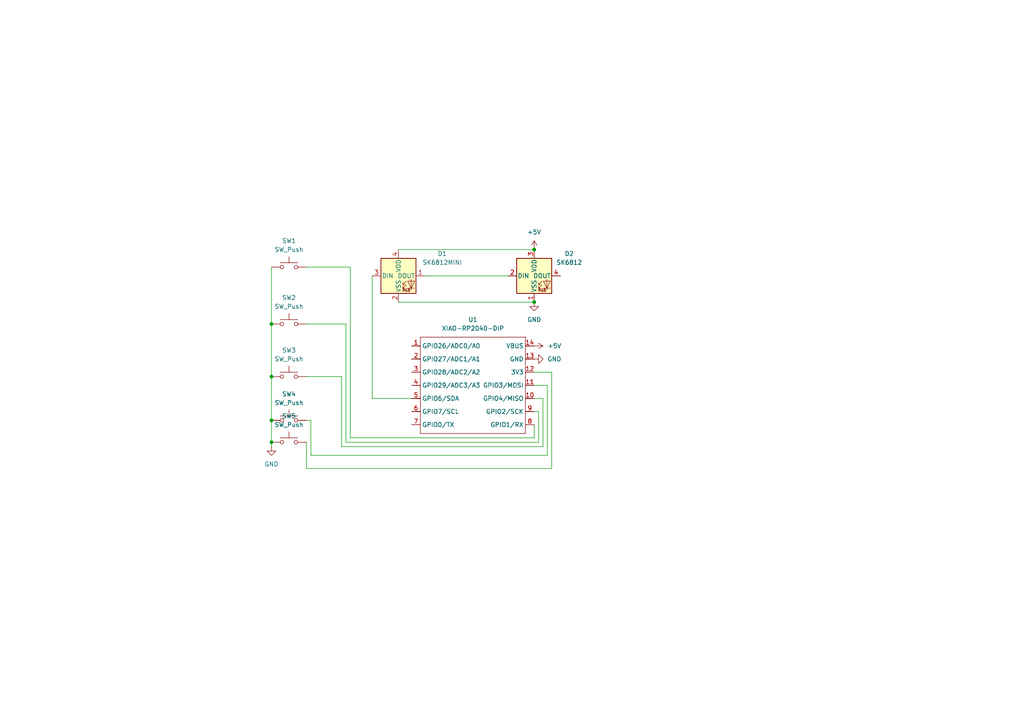
<source format=kicad_sch>
(kicad_sch
	(version 20250114)
	(generator "eeschema")
	(generator_version "9.0")
	(uuid "18961262-bc83-4c1e-9b58-adbea1de027c")
	(paper "A4")
	(lib_symbols
		(symbol "LED:SK6812"
			(pin_names
				(offset 0.254)
			)
			(exclude_from_sim no)
			(in_bom yes)
			(on_board yes)
			(property "Reference" "D"
				(at 5.08 5.715 0)
				(effects
					(font
						(size 1.27 1.27)
					)
					(justify right bottom)
				)
			)
			(property "Value" "SK6812"
				(at 1.27 -5.715 0)
				(effects
					(font
						(size 1.27 1.27)
					)
					(justify left top)
				)
			)
			(property "Footprint" "LED_SMD:LED_SK6812_PLCC4_5.0x5.0mm_P3.2mm"
				(at 1.27 -7.62 0)
				(effects
					(font
						(size 1.27 1.27)
					)
					(justify left top)
					(hide yes)
				)
			)
			(property "Datasheet" "https://cdn-shop.adafruit.com/product-files/1138/SK6812+LED+datasheet+.pdf"
				(at 2.54 -9.525 0)
				(effects
					(font
						(size 1.27 1.27)
					)
					(justify left top)
					(hide yes)
				)
			)
			(property "Description" "RGB LED with integrated controller"
				(at 0 0 0)
				(effects
					(font
						(size 1.27 1.27)
					)
					(hide yes)
				)
			)
			(property "ki_keywords" "RGB LED NeoPixel addressable"
				(at 0 0 0)
				(effects
					(font
						(size 1.27 1.27)
					)
					(hide yes)
				)
			)
			(property "ki_fp_filters" "LED*SK6812*PLCC*5.0x5.0mm*P3.2mm*"
				(at 0 0 0)
				(effects
					(font
						(size 1.27 1.27)
					)
					(hide yes)
				)
			)
			(symbol "SK6812_0_0"
				(text "RGB"
					(at 2.286 -4.191 0)
					(effects
						(font
							(size 0.762 0.762)
						)
					)
				)
			)
			(symbol "SK6812_0_1"
				(polyline
					(pts
						(xy 1.27 -2.54) (xy 1.778 -2.54)
					)
					(stroke
						(width 0)
						(type default)
					)
					(fill
						(type none)
					)
				)
				(polyline
					(pts
						(xy 1.27 -3.556) (xy 1.778 -3.556)
					)
					(stroke
						(width 0)
						(type default)
					)
					(fill
						(type none)
					)
				)
				(polyline
					(pts
						(xy 2.286 -1.524) (xy 1.27 -2.54) (xy 1.27 -2.032)
					)
					(stroke
						(width 0)
						(type default)
					)
					(fill
						(type none)
					)
				)
				(polyline
					(pts
						(xy 2.286 -2.54) (xy 1.27 -3.556) (xy 1.27 -3.048)
					)
					(stroke
						(width 0)
						(type default)
					)
					(fill
						(type none)
					)
				)
				(polyline
					(pts
						(xy 3.683 -1.016) (xy 3.683 -3.556) (xy 3.683 -4.064)
					)
					(stroke
						(width 0)
						(type default)
					)
					(fill
						(type none)
					)
				)
				(polyline
					(pts
						(xy 4.699 -1.524) (xy 2.667 -1.524) (xy 3.683 -3.556) (xy 4.699 -1.524)
					)
					(stroke
						(width 0)
						(type default)
					)
					(fill
						(type none)
					)
				)
				(polyline
					(pts
						(xy 4.699 -3.556) (xy 2.667 -3.556)
					)
					(stroke
						(width 0)
						(type default)
					)
					(fill
						(type none)
					)
				)
				(rectangle
					(start 5.08 5.08)
					(end -5.08 -5.08)
					(stroke
						(width 0.254)
						(type default)
					)
					(fill
						(type background)
					)
				)
			)
			(symbol "SK6812_1_1"
				(pin input line
					(at -7.62 0 0)
					(length 2.54)
					(name "DIN"
						(effects
							(font
								(size 1.27 1.27)
							)
						)
					)
					(number "2"
						(effects
							(font
								(size 1.27 1.27)
							)
						)
					)
				)
				(pin power_in line
					(at 0 7.62 270)
					(length 2.54)
					(name "VDD"
						(effects
							(font
								(size 1.27 1.27)
							)
						)
					)
					(number "3"
						(effects
							(font
								(size 1.27 1.27)
							)
						)
					)
				)
				(pin power_in line
					(at 0 -7.62 90)
					(length 2.54)
					(name "VSS"
						(effects
							(font
								(size 1.27 1.27)
							)
						)
					)
					(number "1"
						(effects
							(font
								(size 1.27 1.27)
							)
						)
					)
				)
				(pin output line
					(at 7.62 0 180)
					(length 2.54)
					(name "DOUT"
						(effects
							(font
								(size 1.27 1.27)
							)
						)
					)
					(number "4"
						(effects
							(font
								(size 1.27 1.27)
							)
						)
					)
				)
			)
			(embedded_fonts no)
		)
		(symbol "LED:SK6812MINI"
			(pin_names
				(offset 0.254)
			)
			(exclude_from_sim no)
			(in_bom yes)
			(on_board yes)
			(property "Reference" "D"
				(at 5.08 5.715 0)
				(effects
					(font
						(size 1.27 1.27)
					)
					(justify right bottom)
				)
			)
			(property "Value" "SK6812MINI"
				(at 1.27 -5.715 0)
				(effects
					(font
						(size 1.27 1.27)
					)
					(justify left top)
				)
			)
			(property "Footprint" "LED_SMD:LED_SK6812MINI_PLCC4_3.5x3.5mm_P1.75mm"
				(at 1.27 -7.62 0)
				(effects
					(font
						(size 1.27 1.27)
					)
					(justify left top)
					(hide yes)
				)
			)
			(property "Datasheet" "https://cdn-shop.adafruit.com/product-files/2686/SK6812MINI_REV.01-1-2.pdf"
				(at 2.54 -9.525 0)
				(effects
					(font
						(size 1.27 1.27)
					)
					(justify left top)
					(hide yes)
				)
			)
			(property "Description" "RGB LED with integrated controller"
				(at 0 0 0)
				(effects
					(font
						(size 1.27 1.27)
					)
					(hide yes)
				)
			)
			(property "ki_keywords" "RGB LED NeoPixel Mini addressable"
				(at 0 0 0)
				(effects
					(font
						(size 1.27 1.27)
					)
					(hide yes)
				)
			)
			(property "ki_fp_filters" "LED*SK6812MINI*PLCC*3.5x3.5mm*P1.75mm*"
				(at 0 0 0)
				(effects
					(font
						(size 1.27 1.27)
					)
					(hide yes)
				)
			)
			(symbol "SK6812MINI_0_0"
				(text "RGB"
					(at 2.286 -4.191 0)
					(effects
						(font
							(size 0.762 0.762)
						)
					)
				)
			)
			(symbol "SK6812MINI_0_1"
				(polyline
					(pts
						(xy 1.27 -2.54) (xy 1.778 -2.54)
					)
					(stroke
						(width 0)
						(type default)
					)
					(fill
						(type none)
					)
				)
				(polyline
					(pts
						(xy 1.27 -3.556) (xy 1.778 -3.556)
					)
					(stroke
						(width 0)
						(type default)
					)
					(fill
						(type none)
					)
				)
				(polyline
					(pts
						(xy 2.286 -1.524) (xy 1.27 -2.54) (xy 1.27 -2.032)
					)
					(stroke
						(width 0)
						(type default)
					)
					(fill
						(type none)
					)
				)
				(polyline
					(pts
						(xy 2.286 -2.54) (xy 1.27 -3.556) (xy 1.27 -3.048)
					)
					(stroke
						(width 0)
						(type default)
					)
					(fill
						(type none)
					)
				)
				(polyline
					(pts
						(xy 3.683 -1.016) (xy 3.683 -3.556) (xy 3.683 -4.064)
					)
					(stroke
						(width 0)
						(type default)
					)
					(fill
						(type none)
					)
				)
				(polyline
					(pts
						(xy 4.699 -1.524) (xy 2.667 -1.524) (xy 3.683 -3.556) (xy 4.699 -1.524)
					)
					(stroke
						(width 0)
						(type default)
					)
					(fill
						(type none)
					)
				)
				(polyline
					(pts
						(xy 4.699 -3.556) (xy 2.667 -3.556)
					)
					(stroke
						(width 0)
						(type default)
					)
					(fill
						(type none)
					)
				)
				(rectangle
					(start 5.08 5.08)
					(end -5.08 -5.08)
					(stroke
						(width 0.254)
						(type default)
					)
					(fill
						(type background)
					)
				)
			)
			(symbol "SK6812MINI_1_1"
				(pin input line
					(at -7.62 0 0)
					(length 2.54)
					(name "DIN"
						(effects
							(font
								(size 1.27 1.27)
							)
						)
					)
					(number "3"
						(effects
							(font
								(size 1.27 1.27)
							)
						)
					)
				)
				(pin power_in line
					(at 0 7.62 270)
					(length 2.54)
					(name "VDD"
						(effects
							(font
								(size 1.27 1.27)
							)
						)
					)
					(number "4"
						(effects
							(font
								(size 1.27 1.27)
							)
						)
					)
				)
				(pin power_in line
					(at 0 -7.62 90)
					(length 2.54)
					(name "VSS"
						(effects
							(font
								(size 1.27 1.27)
							)
						)
					)
					(number "2"
						(effects
							(font
								(size 1.27 1.27)
							)
						)
					)
				)
				(pin output line
					(at 7.62 0 180)
					(length 2.54)
					(name "DOUT"
						(effects
							(font
								(size 1.27 1.27)
							)
						)
					)
					(number "1"
						(effects
							(font
								(size 1.27 1.27)
							)
						)
					)
				)
			)
			(embedded_fonts no)
		)
		(symbol "Switch:SW_Push"
			(pin_numbers
				(hide yes)
			)
			(pin_names
				(offset 1.016)
				(hide yes)
			)
			(exclude_from_sim no)
			(in_bom yes)
			(on_board yes)
			(property "Reference" "SW"
				(at 1.27 2.54 0)
				(effects
					(font
						(size 1.27 1.27)
					)
					(justify left)
				)
			)
			(property "Value" "SW_Push"
				(at 0 -1.524 0)
				(effects
					(font
						(size 1.27 1.27)
					)
				)
			)
			(property "Footprint" ""
				(at 0 5.08 0)
				(effects
					(font
						(size 1.27 1.27)
					)
					(hide yes)
				)
			)
			(property "Datasheet" "~"
				(at 0 5.08 0)
				(effects
					(font
						(size 1.27 1.27)
					)
					(hide yes)
				)
			)
			(property "Description" "Push button switch, generic, two pins"
				(at 0 0 0)
				(effects
					(font
						(size 1.27 1.27)
					)
					(hide yes)
				)
			)
			(property "ki_keywords" "switch normally-open pushbutton push-button"
				(at 0 0 0)
				(effects
					(font
						(size 1.27 1.27)
					)
					(hide yes)
				)
			)
			(symbol "SW_Push_0_1"
				(circle
					(center -2.032 0)
					(radius 0.508)
					(stroke
						(width 0)
						(type default)
					)
					(fill
						(type none)
					)
				)
				(polyline
					(pts
						(xy 0 1.27) (xy 0 3.048)
					)
					(stroke
						(width 0)
						(type default)
					)
					(fill
						(type none)
					)
				)
				(circle
					(center 2.032 0)
					(radius 0.508)
					(stroke
						(width 0)
						(type default)
					)
					(fill
						(type none)
					)
				)
				(polyline
					(pts
						(xy 2.54 1.27) (xy -2.54 1.27)
					)
					(stroke
						(width 0)
						(type default)
					)
					(fill
						(type none)
					)
				)
				(pin passive line
					(at -5.08 0 0)
					(length 2.54)
					(name "1"
						(effects
							(font
								(size 1.27 1.27)
							)
						)
					)
					(number "1"
						(effects
							(font
								(size 1.27 1.27)
							)
						)
					)
				)
				(pin passive line
					(at 5.08 0 180)
					(length 2.54)
					(name "2"
						(effects
							(font
								(size 1.27 1.27)
							)
						)
					)
					(number "2"
						(effects
							(font
								(size 1.27 1.27)
							)
						)
					)
				)
			)
			(embedded_fonts no)
		)
		(symbol "oplll:XIAO-RP2040-DIP"
			(exclude_from_sim no)
			(in_bom yes)
			(on_board yes)
			(property "Reference" "U"
				(at 0 0 0)
				(effects
					(font
						(size 1.27 1.27)
					)
				)
			)
			(property "Value" "XIAO-RP2040-DIP"
				(at 5.334 -1.778 0)
				(effects
					(font
						(size 1.27 1.27)
					)
				)
			)
			(property "Footprint" "Module:MOUDLE14P-XIAO-DIP-SMD"
				(at 14.478 -32.258 0)
				(effects
					(font
						(size 1.27 1.27)
					)
					(hide yes)
				)
			)
			(property "Datasheet" ""
				(at 0 0 0)
				(effects
					(font
						(size 1.27 1.27)
					)
					(hide yes)
				)
			)
			(property "Description" ""
				(at 0 0 0)
				(effects
					(font
						(size 1.27 1.27)
					)
					(hide yes)
				)
			)
			(symbol "XIAO-RP2040-DIP_1_0"
				(polyline
					(pts
						(xy -1.27 -2.54) (xy 29.21 -2.54)
					)
					(stroke
						(width 0.1524)
						(type solid)
					)
					(fill
						(type none)
					)
				)
				(polyline
					(pts
						(xy -1.27 -5.08) (xy -2.54 -5.08)
					)
					(stroke
						(width 0.1524)
						(type solid)
					)
					(fill
						(type none)
					)
				)
				(polyline
					(pts
						(xy -1.27 -5.08) (xy -1.27 -2.54)
					)
					(stroke
						(width 0.1524)
						(type solid)
					)
					(fill
						(type none)
					)
				)
				(polyline
					(pts
						(xy -1.27 -8.89) (xy -2.54 -8.89)
					)
					(stroke
						(width 0.1524)
						(type solid)
					)
					(fill
						(type none)
					)
				)
				(polyline
					(pts
						(xy -1.27 -8.89) (xy -1.27 -5.08)
					)
					(stroke
						(width 0.1524)
						(type solid)
					)
					(fill
						(type none)
					)
				)
				(polyline
					(pts
						(xy -1.27 -12.7) (xy -2.54 -12.7)
					)
					(stroke
						(width 0.1524)
						(type solid)
					)
					(fill
						(type none)
					)
				)
				(polyline
					(pts
						(xy -1.27 -12.7) (xy -1.27 -8.89)
					)
					(stroke
						(width 0.1524)
						(type solid)
					)
					(fill
						(type none)
					)
				)
				(polyline
					(pts
						(xy -1.27 -16.51) (xy -2.54 -16.51)
					)
					(stroke
						(width 0.1524)
						(type solid)
					)
					(fill
						(type none)
					)
				)
				(polyline
					(pts
						(xy -1.27 -16.51) (xy -1.27 -12.7)
					)
					(stroke
						(width 0.1524)
						(type solid)
					)
					(fill
						(type none)
					)
				)
				(polyline
					(pts
						(xy -1.27 -20.32) (xy -2.54 -20.32)
					)
					(stroke
						(width 0.1524)
						(type solid)
					)
					(fill
						(type none)
					)
				)
				(polyline
					(pts
						(xy -1.27 -24.13) (xy -2.54 -24.13)
					)
					(stroke
						(width 0.1524)
						(type solid)
					)
					(fill
						(type none)
					)
				)
				(polyline
					(pts
						(xy -1.27 -27.94) (xy -2.54 -27.94)
					)
					(stroke
						(width 0.1524)
						(type solid)
					)
					(fill
						(type none)
					)
				)
				(polyline
					(pts
						(xy -1.27 -30.48) (xy -1.27 -16.51)
					)
					(stroke
						(width 0.1524)
						(type solid)
					)
					(fill
						(type none)
					)
				)
				(polyline
					(pts
						(xy 29.21 -2.54) (xy 29.21 -5.08)
					)
					(stroke
						(width 0.1524)
						(type solid)
					)
					(fill
						(type none)
					)
				)
				(polyline
					(pts
						(xy 29.21 -5.08) (xy 29.21 -8.89)
					)
					(stroke
						(width 0.1524)
						(type solid)
					)
					(fill
						(type none)
					)
				)
				(polyline
					(pts
						(xy 29.21 -8.89) (xy 29.21 -12.7)
					)
					(stroke
						(width 0.1524)
						(type solid)
					)
					(fill
						(type none)
					)
				)
				(polyline
					(pts
						(xy 29.21 -12.7) (xy 29.21 -30.48)
					)
					(stroke
						(width 0.1524)
						(type solid)
					)
					(fill
						(type none)
					)
				)
				(polyline
					(pts
						(xy 29.21 -30.48) (xy -1.27 -30.48)
					)
					(stroke
						(width 0.1524)
						(type solid)
					)
					(fill
						(type none)
					)
				)
				(polyline
					(pts
						(xy 30.48 -5.08) (xy 29.21 -5.08)
					)
					(stroke
						(width 0.1524)
						(type solid)
					)
					(fill
						(type none)
					)
				)
				(polyline
					(pts
						(xy 30.48 -8.89) (xy 29.21 -8.89)
					)
					(stroke
						(width 0.1524)
						(type solid)
					)
					(fill
						(type none)
					)
				)
				(polyline
					(pts
						(xy 30.48 -12.7) (xy 29.21 -12.7)
					)
					(stroke
						(width 0.1524)
						(type solid)
					)
					(fill
						(type none)
					)
				)
				(polyline
					(pts
						(xy 30.48 -16.51) (xy 29.21 -16.51)
					)
					(stroke
						(width 0.1524)
						(type solid)
					)
					(fill
						(type none)
					)
				)
				(polyline
					(pts
						(xy 30.48 -20.32) (xy 29.21 -20.32)
					)
					(stroke
						(width 0.1524)
						(type solid)
					)
					(fill
						(type none)
					)
				)
				(polyline
					(pts
						(xy 30.48 -24.13) (xy 29.21 -24.13)
					)
					(stroke
						(width 0.1524)
						(type solid)
					)
					(fill
						(type none)
					)
				)
				(polyline
					(pts
						(xy 30.48 -27.94) (xy 29.21 -27.94)
					)
					(stroke
						(width 0.1524)
						(type solid)
					)
					(fill
						(type none)
					)
				)
				(pin passive line
					(at -3.81 -5.08 0)
					(length 2.54)
					(name "GPIO26/ADC0/A0"
						(effects
							(font
								(size 1.27 1.27)
							)
						)
					)
					(number "1"
						(effects
							(font
								(size 1.27 1.27)
							)
						)
					)
				)
				(pin passive line
					(at -3.81 -8.89 0)
					(length 2.54)
					(name "GPIO27/ADC1/A1"
						(effects
							(font
								(size 1.27 1.27)
							)
						)
					)
					(number "2"
						(effects
							(font
								(size 1.27 1.27)
							)
						)
					)
				)
				(pin passive line
					(at -3.81 -12.7 0)
					(length 2.54)
					(name "GPIO28/ADC2/A2"
						(effects
							(font
								(size 1.27 1.27)
							)
						)
					)
					(number "3"
						(effects
							(font
								(size 1.27 1.27)
							)
						)
					)
				)
				(pin passive line
					(at -3.81 -16.51 0)
					(length 2.54)
					(name "GPIO29/ADC3/A3"
						(effects
							(font
								(size 1.27 1.27)
							)
						)
					)
					(number "4"
						(effects
							(font
								(size 1.27 1.27)
							)
						)
					)
				)
				(pin passive line
					(at -3.81 -20.32 0)
					(length 2.54)
					(name "GPIO6/SDA"
						(effects
							(font
								(size 1.27 1.27)
							)
						)
					)
					(number "5"
						(effects
							(font
								(size 1.27 1.27)
							)
						)
					)
				)
				(pin passive line
					(at -3.81 -24.13 0)
					(length 2.54)
					(name "GPIO7/SCL"
						(effects
							(font
								(size 1.27 1.27)
							)
						)
					)
					(number "6"
						(effects
							(font
								(size 1.27 1.27)
							)
						)
					)
				)
				(pin passive line
					(at -3.81 -27.94 0)
					(length 2.54)
					(name "GPIO0/TX"
						(effects
							(font
								(size 1.27 1.27)
							)
						)
					)
					(number "7"
						(effects
							(font
								(size 1.27 1.27)
							)
						)
					)
				)
				(pin passive line
					(at 31.75 -5.08 180)
					(length 2.54)
					(name "VBUS"
						(effects
							(font
								(size 1.27 1.27)
							)
						)
					)
					(number "14"
						(effects
							(font
								(size 1.27 1.27)
							)
						)
					)
				)
				(pin passive line
					(at 31.75 -8.89 180)
					(length 2.54)
					(name "GND"
						(effects
							(font
								(size 1.27 1.27)
							)
						)
					)
					(number "13"
						(effects
							(font
								(size 1.27 1.27)
							)
						)
					)
				)
				(pin passive line
					(at 31.75 -12.7 180)
					(length 2.54)
					(name "3V3"
						(effects
							(font
								(size 1.27 1.27)
							)
						)
					)
					(number "12"
						(effects
							(font
								(size 1.27 1.27)
							)
						)
					)
				)
				(pin passive line
					(at 31.75 -16.51 180)
					(length 2.54)
					(name "GPIO3/MOSI"
						(effects
							(font
								(size 1.27 1.27)
							)
						)
					)
					(number "11"
						(effects
							(font
								(size 1.27 1.27)
							)
						)
					)
				)
				(pin passive line
					(at 31.75 -20.32 180)
					(length 2.54)
					(name "GPIO4/MISO"
						(effects
							(font
								(size 1.27 1.27)
							)
						)
					)
					(number "10"
						(effects
							(font
								(size 1.27 1.27)
							)
						)
					)
				)
				(pin passive line
					(at 31.75 -24.13 180)
					(length 2.54)
					(name "GPIO2/SCK"
						(effects
							(font
								(size 1.27 1.27)
							)
						)
					)
					(number "9"
						(effects
							(font
								(size 1.27 1.27)
							)
						)
					)
				)
				(pin passive line
					(at 31.75 -27.94 180)
					(length 2.54)
					(name "GPIO1/RX"
						(effects
							(font
								(size 1.27 1.27)
							)
						)
					)
					(number "8"
						(effects
							(font
								(size 1.27 1.27)
							)
						)
					)
				)
			)
			(embedded_fonts no)
		)
		(symbol "power:+5V"
			(power)
			(pin_numbers
				(hide yes)
			)
			(pin_names
				(offset 0)
				(hide yes)
			)
			(exclude_from_sim no)
			(in_bom yes)
			(on_board yes)
			(property "Reference" "#PWR"
				(at 0 -3.81 0)
				(effects
					(font
						(size 1.27 1.27)
					)
					(hide yes)
				)
			)
			(property "Value" "+5V"
				(at 0 3.556 0)
				(effects
					(font
						(size 1.27 1.27)
					)
				)
			)
			(property "Footprint" ""
				(at 0 0 0)
				(effects
					(font
						(size 1.27 1.27)
					)
					(hide yes)
				)
			)
			(property "Datasheet" ""
				(at 0 0 0)
				(effects
					(font
						(size 1.27 1.27)
					)
					(hide yes)
				)
			)
			(property "Description" "Power symbol creates a global label with name \"+5V\""
				(at 0 0 0)
				(effects
					(font
						(size 1.27 1.27)
					)
					(hide yes)
				)
			)
			(property "ki_keywords" "global power"
				(at 0 0 0)
				(effects
					(font
						(size 1.27 1.27)
					)
					(hide yes)
				)
			)
			(symbol "+5V_0_1"
				(polyline
					(pts
						(xy -0.762 1.27) (xy 0 2.54)
					)
					(stroke
						(width 0)
						(type default)
					)
					(fill
						(type none)
					)
				)
				(polyline
					(pts
						(xy 0 2.54) (xy 0.762 1.27)
					)
					(stroke
						(width 0)
						(type default)
					)
					(fill
						(type none)
					)
				)
				(polyline
					(pts
						(xy 0 0) (xy 0 2.54)
					)
					(stroke
						(width 0)
						(type default)
					)
					(fill
						(type none)
					)
				)
			)
			(symbol "+5V_1_1"
				(pin power_in line
					(at 0 0 90)
					(length 0)
					(name "~"
						(effects
							(font
								(size 1.27 1.27)
							)
						)
					)
					(number "1"
						(effects
							(font
								(size 1.27 1.27)
							)
						)
					)
				)
			)
			(embedded_fonts no)
		)
		(symbol "power:GND"
			(power)
			(pin_numbers
				(hide yes)
			)
			(pin_names
				(offset 0)
				(hide yes)
			)
			(exclude_from_sim no)
			(in_bom yes)
			(on_board yes)
			(property "Reference" "#PWR"
				(at 0 -6.35 0)
				(effects
					(font
						(size 1.27 1.27)
					)
					(hide yes)
				)
			)
			(property "Value" "GND"
				(at 0 -3.81 0)
				(effects
					(font
						(size 1.27 1.27)
					)
				)
			)
			(property "Footprint" ""
				(at 0 0 0)
				(effects
					(font
						(size 1.27 1.27)
					)
					(hide yes)
				)
			)
			(property "Datasheet" ""
				(at 0 0 0)
				(effects
					(font
						(size 1.27 1.27)
					)
					(hide yes)
				)
			)
			(property "Description" "Power symbol creates a global label with name \"GND\" , ground"
				(at 0 0 0)
				(effects
					(font
						(size 1.27 1.27)
					)
					(hide yes)
				)
			)
			(property "ki_keywords" "global power"
				(at 0 0 0)
				(effects
					(font
						(size 1.27 1.27)
					)
					(hide yes)
				)
			)
			(symbol "GND_0_1"
				(polyline
					(pts
						(xy 0 0) (xy 0 -1.27) (xy 1.27 -1.27) (xy 0 -2.54) (xy -1.27 -1.27) (xy 0 -1.27)
					)
					(stroke
						(width 0)
						(type default)
					)
					(fill
						(type none)
					)
				)
			)
			(symbol "GND_1_1"
				(pin power_in line
					(at 0 0 270)
					(length 0)
					(name "~"
						(effects
							(font
								(size 1.27 1.27)
							)
						)
					)
					(number "1"
						(effects
							(font
								(size 1.27 1.27)
							)
						)
					)
				)
			)
			(embedded_fonts no)
		)
	)
	(junction
		(at 78.74 93.98)
		(diameter 0)
		(color 0 0 0 0)
		(uuid "143912f2-aea2-4bd8-ad30-f2382c55955e")
	)
	(junction
		(at 78.74 109.22)
		(diameter 0)
		(color 0 0 0 0)
		(uuid "15ae5f7b-0749-41d1-8d15-42fffdc78f8d")
	)
	(junction
		(at 154.94 87.63)
		(diameter 0)
		(color 0 0 0 0)
		(uuid "5689e227-2f80-4185-9ad2-b64619f72f50")
	)
	(junction
		(at 78.74 128.27)
		(diameter 0)
		(color 0 0 0 0)
		(uuid "56b10312-2ac2-4acf-8f8e-52b8f7b81d82")
	)
	(junction
		(at 78.74 121.92)
		(diameter 0)
		(color 0 0 0 0)
		(uuid "a7133a74-3244-482e-9cc0-307e289478f9")
	)
	(junction
		(at 154.94 72.39)
		(diameter 0)
		(color 0 0 0 0)
		(uuid "e700ca45-0240-40af-a420-c46f4835e6ba")
	)
	(wire
		(pts
			(xy 78.74 121.92) (xy 78.74 128.27)
		)
		(stroke
			(width 0)
			(type default)
		)
		(uuid "06ea1860-e218-4c07-a1d3-dc19781db40e")
	)
	(wire
		(pts
			(xy 107.95 80.01) (xy 107.95 115.57)
		)
		(stroke
			(width 0)
			(type default)
		)
		(uuid "129de747-8c07-43b0-a357-899a59e6c9e8")
	)
	(wire
		(pts
			(xy 107.95 115.57) (xy 119.38 115.57)
		)
		(stroke
			(width 0)
			(type default)
		)
		(uuid "296f3ea1-cfc2-460d-ad56-6608b3d607e7")
	)
	(wire
		(pts
			(xy 157.48 129.54) (xy 99.06 129.54)
		)
		(stroke
			(width 0)
			(type default)
		)
		(uuid "2c275718-5467-455a-9681-e0636ce5b2e2")
	)
	(wire
		(pts
			(xy 99.06 109.22) (xy 88.9 109.22)
		)
		(stroke
			(width 0)
			(type default)
		)
		(uuid "2def9f15-74f3-4e03-9f0b-2919ce1a76f1")
	)
	(wire
		(pts
			(xy 115.57 72.39) (xy 154.94 72.39)
		)
		(stroke
			(width 0)
			(type default)
		)
		(uuid "37b12748-f85a-4ec8-ade1-9a3ab97afa03")
	)
	(wire
		(pts
			(xy 160.02 135.89) (xy 88.9 135.89)
		)
		(stroke
			(width 0)
			(type default)
		)
		(uuid "462fa5b1-6dee-44e1-bcef-fbaa5706a4ed")
	)
	(wire
		(pts
			(xy 99.06 129.54) (xy 99.06 109.22)
		)
		(stroke
			(width 0)
			(type default)
		)
		(uuid "4cef883a-ebd4-4910-8b23-20b647811718")
	)
	(wire
		(pts
			(xy 100.33 93.98) (xy 88.9 93.98)
		)
		(stroke
			(width 0)
			(type default)
		)
		(uuid "4efb2277-ba9c-4883-a05d-120941a81b26")
	)
	(wire
		(pts
			(xy 123.19 80.01) (xy 147.32 80.01)
		)
		(stroke
			(width 0)
			(type default)
		)
		(uuid "57bd383c-232f-4c70-9cc7-9ba7fae8867b")
	)
	(wire
		(pts
			(xy 154.94 119.38) (xy 156.21 119.38)
		)
		(stroke
			(width 0)
			(type default)
		)
		(uuid "65fdaefe-0284-46f1-a1a8-b5bdf9476e2b")
	)
	(wire
		(pts
			(xy 101.6 127) (xy 101.6 77.47)
		)
		(stroke
			(width 0)
			(type default)
		)
		(uuid "6c850f0d-e380-4926-b8da-21a2b8d0de49")
	)
	(wire
		(pts
			(xy 158.75 132.08) (xy 158.75 111.76)
		)
		(stroke
			(width 0)
			(type default)
		)
		(uuid "6e69b77b-00d5-479c-81d0-204b0c0c7162")
	)
	(wire
		(pts
			(xy 154.94 115.57) (xy 157.48 115.57)
		)
		(stroke
			(width 0)
			(type default)
		)
		(uuid "710ce34b-027a-43b5-b972-e27a431c961c")
	)
	(wire
		(pts
			(xy 154.94 107.95) (xy 160.02 107.95)
		)
		(stroke
			(width 0)
			(type default)
		)
		(uuid "79b32421-e7d5-455b-ac60-59b536c3d808")
	)
	(wire
		(pts
			(xy 90.17 132.08) (xy 158.75 132.08)
		)
		(stroke
			(width 0)
			(type default)
		)
		(uuid "7a478b4e-f8f4-49f4-ae1b-96f901572b57")
	)
	(wire
		(pts
			(xy 100.33 128.27) (xy 100.33 93.98)
		)
		(stroke
			(width 0)
			(type default)
		)
		(uuid "8c4390d1-0684-4b64-bc87-acffb4bf728a")
	)
	(wire
		(pts
			(xy 90.17 121.92) (xy 88.9 121.92)
		)
		(stroke
			(width 0)
			(type default)
		)
		(uuid "90fef9c3-8d6f-4d87-9003-8a083e5165c3")
	)
	(wire
		(pts
			(xy 90.17 132.08) (xy 90.17 121.92)
		)
		(stroke
			(width 0)
			(type default)
		)
		(uuid "943bc950-dc6b-4b61-84df-5306330fa154")
	)
	(wire
		(pts
			(xy 78.74 77.47) (xy 78.74 93.98)
		)
		(stroke
			(width 0)
			(type default)
		)
		(uuid "98d6b488-d21a-4ded-b7a7-831d272a4060")
	)
	(wire
		(pts
			(xy 157.48 115.57) (xy 157.48 129.54)
		)
		(stroke
			(width 0)
			(type default)
		)
		(uuid "a27ff689-f511-45ad-89a4-470afde407f6")
	)
	(wire
		(pts
			(xy 78.74 93.98) (xy 78.74 109.22)
		)
		(stroke
			(width 0)
			(type default)
		)
		(uuid "a7c32fee-ce48-40c6-a99e-c2a9cafbd6db")
	)
	(wire
		(pts
			(xy 115.57 87.63) (xy 154.94 87.63)
		)
		(stroke
			(width 0)
			(type default)
		)
		(uuid "ad9dbdf9-c2be-43d6-8d97-1235781d4617")
	)
	(wire
		(pts
			(xy 101.6 77.47) (xy 88.9 77.47)
		)
		(stroke
			(width 0)
			(type default)
		)
		(uuid "b0faf2f9-3d08-45d5-8547-2a439d61961c")
	)
	(wire
		(pts
			(xy 78.74 128.27) (xy 78.74 129.54)
		)
		(stroke
			(width 0)
			(type default)
		)
		(uuid "c0d87ced-85d1-448f-b450-25515481232b")
	)
	(wire
		(pts
			(xy 156.21 119.38) (xy 156.21 128.27)
		)
		(stroke
			(width 0)
			(type default)
		)
		(uuid "c8c2f840-0665-4a0f-bec3-6445ef275200")
	)
	(wire
		(pts
			(xy 156.21 128.27) (xy 100.33 128.27)
		)
		(stroke
			(width 0)
			(type default)
		)
		(uuid "cae2e3f3-c363-4ecb-8c8a-80d885d4abb4")
	)
	(wire
		(pts
			(xy 88.9 135.89) (xy 88.9 128.27)
		)
		(stroke
			(width 0)
			(type default)
		)
		(uuid "cd87ab7b-ee77-4c50-85df-10467d104f3f")
	)
	(wire
		(pts
			(xy 158.75 111.76) (xy 154.94 111.76)
		)
		(stroke
			(width 0)
			(type default)
		)
		(uuid "ecb454e0-e81f-4287-9358-114ee22dda9e")
	)
	(wire
		(pts
			(xy 154.94 123.19) (xy 154.94 127)
		)
		(stroke
			(width 0)
			(type default)
		)
		(uuid "ed02aac3-0592-45de-a3a5-a35a6c7d8d53")
	)
	(wire
		(pts
			(xy 160.02 107.95) (xy 160.02 135.89)
		)
		(stroke
			(width 0)
			(type default)
		)
		(uuid "f3957271-c376-4042-b503-dcb36c0b389e")
	)
	(wire
		(pts
			(xy 154.94 127) (xy 101.6 127)
		)
		(stroke
			(width 0)
			(type default)
		)
		(uuid "f4fafb23-f083-4e33-a1e2-34b6ed65de7a")
	)
	(wire
		(pts
			(xy 78.74 109.22) (xy 78.74 121.92)
		)
		(stroke
			(width 0)
			(type default)
		)
		(uuid "fb1d6d21-f74d-4aa2-ad81-19a75f86a5bd")
	)
	(symbol
		(lib_id "power:+5V")
		(at 154.94 100.33 270)
		(unit 1)
		(exclude_from_sim no)
		(in_bom yes)
		(on_board yes)
		(dnp no)
		(uuid "09ba5fd0-6b14-439a-bdb1-ae322d3d4915")
		(property "Reference" "#PWR05"
			(at 151.13 100.33 0)
			(effects
				(font
					(size 1.27 1.27)
				)
				(hide yes)
			)
		)
		(property "Value" "+5V"
			(at 158.75 100.3299 90)
			(effects
				(font
					(size 1.27 1.27)
				)
				(justify left)
			)
		)
		(property "Footprint" ""
			(at 154.94 100.33 0)
			(effects
				(font
					(size 1.27 1.27)
				)
				(hide yes)
			)
		)
		(property "Datasheet" ""
			(at 154.94 100.33 0)
			(effects
				(font
					(size 1.27 1.27)
				)
				(hide yes)
			)
		)
		(property "Description" "Power symbol creates a global label with name \"+5V\""
			(at 154.94 100.33 0)
			(effects
				(font
					(size 1.27 1.27)
				)
				(hide yes)
			)
		)
		(pin "1"
			(uuid "1f8f840f-4404-411e-bbd0-5f47417582f9")
		)
		(instances
			(project ""
				(path "/18961262-bc83-4c1e-9b58-adbea1de027c"
					(reference "#PWR05")
					(unit 1)
				)
			)
		)
	)
	(symbol
		(lib_id "oplll:XIAO-RP2040-DIP")
		(at 123.19 95.25 0)
		(unit 1)
		(exclude_from_sim no)
		(in_bom yes)
		(on_board yes)
		(dnp no)
		(fields_autoplaced yes)
		(uuid "256c74db-a198-41e4-873c-9d5db8b76eed")
		(property "Reference" "U1"
			(at 137.16 92.71 0)
			(effects
				(font
					(size 1.27 1.27)
				)
			)
		)
		(property "Value" "XIAO-RP2040-DIP"
			(at 137.16 95.25 0)
			(effects
				(font
					(size 1.27 1.27)
				)
			)
		)
		(property "Footprint" "Seeed Studio XIAO Series Library:XIAO-RP2040-DIP"
			(at 137.668 127.508 0)
			(effects
				(font
					(size 1.27 1.27)
				)
				(hide yes)
			)
		)
		(property "Datasheet" ""
			(at 123.19 95.25 0)
			(effects
				(font
					(size 1.27 1.27)
				)
				(hide yes)
			)
		)
		(property "Description" ""
			(at 123.19 95.25 0)
			(effects
				(font
					(size 1.27 1.27)
				)
				(hide yes)
			)
		)
		(pin "10"
			(uuid "e2d34a83-f036-4062-8f05-caff57cde82a")
		)
		(pin "5"
			(uuid "33e2be35-d437-4bf2-9da1-d9fd57249642")
		)
		(pin "14"
			(uuid "d8cf9321-4207-4bae-9331-b29a069cab1c")
		)
		(pin "4"
			(uuid "ead7816f-4f54-4c62-9bf4-d5aa1bf85157")
		)
		(pin "7"
			(uuid "368e335f-8208-4803-8dde-da2013832218")
		)
		(pin "12"
			(uuid "196b1038-c6f6-4bc4-ac19-f33d64770616")
		)
		(pin "1"
			(uuid "e9290c08-f651-4fd5-8938-70f244055987")
		)
		(pin "2"
			(uuid "80ae7b47-532f-4576-a184-df4950a4a480")
		)
		(pin "9"
			(uuid "d3a88f32-d428-4789-a439-cb41ed4a4062")
		)
		(pin "6"
			(uuid "e188c9f9-4337-4024-9ae4-471bf164b7cf")
		)
		(pin "13"
			(uuid "45bf1cd8-01ec-4961-a844-7f001011b709")
		)
		(pin "3"
			(uuid "b7dd9bb3-e627-436f-a764-21afe6c092b0")
		)
		(pin "8"
			(uuid "dee00e95-0eab-4584-b1aa-69815e3fb420")
		)
		(pin "11"
			(uuid "d2cc3fe3-f22c-4b28-8d9a-b229e926af0f")
		)
		(instances
			(project ""
				(path "/18961262-bc83-4c1e-9b58-adbea1de027c"
					(reference "U1")
					(unit 1)
				)
			)
		)
	)
	(symbol
		(lib_id "Switch:SW_Push")
		(at 83.82 77.47 0)
		(unit 1)
		(exclude_from_sim no)
		(in_bom yes)
		(on_board yes)
		(dnp no)
		(fields_autoplaced yes)
		(uuid "28bac97f-62e8-4741-8b67-2daa122ea4a8")
		(property "Reference" "SW1"
			(at 83.82 69.85 0)
			(effects
				(font
					(size 1.27 1.27)
				)
			)
		)
		(property "Value" "SW_Push"
			(at 83.82 72.39 0)
			(effects
				(font
					(size 1.27 1.27)
				)
			)
		)
		(property "Footprint" "Button_Switch_Keyboard:SW_Cherry_MX_1.00u_PCB"
			(at 83.82 72.39 0)
			(effects
				(font
					(size 1.27 1.27)
				)
				(hide yes)
			)
		)
		(property "Datasheet" "~"
			(at 83.82 72.39 0)
			(effects
				(font
					(size 1.27 1.27)
				)
				(hide yes)
			)
		)
		(property "Description" "Push button switch, generic, two pins"
			(at 83.82 77.47 0)
			(effects
				(font
					(size 1.27 1.27)
				)
				(hide yes)
			)
		)
		(pin "2"
			(uuid "26b17d5b-745c-4f05-8f4c-bed0850dcede")
		)
		(pin "1"
			(uuid "cd89f583-e0bf-4cc1-9d73-003ae669df91")
		)
		(instances
			(project ""
				(path "/18961262-bc83-4c1e-9b58-adbea1de027c"
					(reference "SW1")
					(unit 1)
				)
			)
		)
	)
	(symbol
		(lib_id "Switch:SW_Push")
		(at 83.82 128.27 0)
		(unit 1)
		(exclude_from_sim no)
		(in_bom yes)
		(on_board yes)
		(dnp no)
		(fields_autoplaced yes)
		(uuid "28f093df-c3fb-4243-b99e-e31d043c0e55")
		(property "Reference" "SW5"
			(at 83.82 120.65 0)
			(effects
				(font
					(size 1.27 1.27)
				)
			)
		)
		(property "Value" "SW_Push"
			(at 83.82 123.19 0)
			(effects
				(font
					(size 1.27 1.27)
				)
			)
		)
		(property "Footprint" "Button_Switch_Keyboard:SW_Cherry_MX_1.00u_PCB"
			(at 83.82 123.19 0)
			(effects
				(font
					(size 1.27 1.27)
				)
				(hide yes)
			)
		)
		(property "Datasheet" "~"
			(at 83.82 123.19 0)
			(effects
				(font
					(size 1.27 1.27)
				)
				(hide yes)
			)
		)
		(property "Description" "Push button switch, generic, two pins"
			(at 83.82 128.27 0)
			(effects
				(font
					(size 1.27 1.27)
				)
				(hide yes)
			)
		)
		(pin "1"
			(uuid "2a91996d-4a25-4e70-8ebd-92ba6133a1e4")
		)
		(pin "2"
			(uuid "df8d4400-1d30-4022-a5c7-10148207b60e")
		)
		(instances
			(project ""
				(path "/18961262-bc83-4c1e-9b58-adbea1de027c"
					(reference "SW5")
					(unit 1)
				)
			)
		)
	)
	(symbol
		(lib_id "power:GND")
		(at 78.74 129.54 0)
		(unit 1)
		(exclude_from_sim no)
		(in_bom yes)
		(on_board yes)
		(dnp no)
		(fields_autoplaced yes)
		(uuid "698362fe-a66a-430c-9def-af8876f18139")
		(property "Reference" "#PWR02"
			(at 78.74 135.89 0)
			(effects
				(font
					(size 1.27 1.27)
				)
				(hide yes)
			)
		)
		(property "Value" "GND"
			(at 78.74 134.62 0)
			(effects
				(font
					(size 1.27 1.27)
				)
			)
		)
		(property "Footprint" ""
			(at 78.74 129.54 0)
			(effects
				(font
					(size 1.27 1.27)
				)
				(hide yes)
			)
		)
		(property "Datasheet" ""
			(at 78.74 129.54 0)
			(effects
				(font
					(size 1.27 1.27)
				)
				(hide yes)
			)
		)
		(property "Description" "Power symbol creates a global label with name \"GND\" , ground"
			(at 78.74 129.54 0)
			(effects
				(font
					(size 1.27 1.27)
				)
				(hide yes)
			)
		)
		(pin "1"
			(uuid "be4206a0-d5f4-4f45-bf03-50f8139be51b")
		)
		(instances
			(project ""
				(path "/18961262-bc83-4c1e-9b58-adbea1de027c"
					(reference "#PWR02")
					(unit 1)
				)
			)
		)
	)
	(symbol
		(lib_id "power:GND")
		(at 154.94 87.63 0)
		(unit 1)
		(exclude_from_sim no)
		(in_bom yes)
		(on_board yes)
		(dnp no)
		(fields_autoplaced yes)
		(uuid "7b04183d-c0ca-4a03-b495-1dc2af324ca7")
		(property "Reference" "#PWR03"
			(at 154.94 93.98 0)
			(effects
				(font
					(size 1.27 1.27)
				)
				(hide yes)
			)
		)
		(property "Value" "GND"
			(at 154.94 92.71 0)
			(effects
				(font
					(size 1.27 1.27)
				)
			)
		)
		(property "Footprint" ""
			(at 154.94 87.63 0)
			(effects
				(font
					(size 1.27 1.27)
				)
				(hide yes)
			)
		)
		(property "Datasheet" ""
			(at 154.94 87.63 0)
			(effects
				(font
					(size 1.27 1.27)
				)
				(hide yes)
			)
		)
		(property "Description" "Power symbol creates a global label with name \"GND\" , ground"
			(at 154.94 87.63 0)
			(effects
				(font
					(size 1.27 1.27)
				)
				(hide yes)
			)
		)
		(pin "1"
			(uuid "a8d709ba-b98f-4820-a459-c13aebeda241")
		)
		(instances
			(project ""
				(path "/18961262-bc83-4c1e-9b58-adbea1de027c"
					(reference "#PWR03")
					(unit 1)
				)
			)
		)
	)
	(symbol
		(lib_id "LED:SK6812MINI")
		(at 115.57 80.01 0)
		(unit 1)
		(exclude_from_sim no)
		(in_bom yes)
		(on_board yes)
		(dnp no)
		(fields_autoplaced yes)
		(uuid "97cd33ad-50d0-489b-8b77-67849b90abc7")
		(property "Reference" "D1"
			(at 128.27 73.5898 0)
			(effects
				(font
					(size 1.27 1.27)
				)
			)
		)
		(property "Value" "SK6812MINI"
			(at 128.27 76.1298 0)
			(effects
				(font
					(size 1.27 1.27)
				)
			)
		)
		(property "Footprint" "LED_SMD:LED_SK6812MINI_PLCC4_3.5x3.5mm_P1.75mm"
			(at 116.84 87.63 0)
			(effects
				(font
					(size 1.27 1.27)
				)
				(justify left top)
				(hide yes)
			)
		)
		(property "Datasheet" "https://cdn-shop.adafruit.com/product-files/2686/SK6812MINI_REV.01-1-2.pdf"
			(at 118.11 89.535 0)
			(effects
				(font
					(size 1.27 1.27)
				)
				(justify left top)
				(hide yes)
			)
		)
		(property "Description" "RGB LED with integrated controller"
			(at 115.57 80.01 0)
			(effects
				(font
					(size 1.27 1.27)
				)
				(hide yes)
			)
		)
		(pin "4"
			(uuid "64500358-5f03-4569-879c-1cdbf3a6c69d")
		)
		(pin "2"
			(uuid "0256921d-a557-434e-b8b1-e3f7ca5cb6e7")
		)
		(pin "1"
			(uuid "68f6d77d-42a0-4c47-89f4-1a63de2bc61c")
		)
		(pin "3"
			(uuid "e2c5cede-19a3-4d22-845d-516e3db6c3be")
		)
		(instances
			(project ""
				(path "/18961262-bc83-4c1e-9b58-adbea1de027c"
					(reference "D1")
					(unit 1)
				)
			)
		)
	)
	(symbol
		(lib_id "LED:SK6812")
		(at 154.94 80.01 0)
		(unit 1)
		(exclude_from_sim no)
		(in_bom yes)
		(on_board yes)
		(dnp no)
		(fields_autoplaced yes)
		(uuid "99511770-349d-43be-beb7-ef4f6e74f623")
		(property "Reference" "D2"
			(at 165.1 73.5898 0)
			(effects
				(font
					(size 1.27 1.27)
				)
			)
		)
		(property "Value" "SK6812"
			(at 165.1 76.1298 0)
			(effects
				(font
					(size 1.27 1.27)
				)
			)
		)
		(property "Footprint" "LED_SMD:LED_SK6812MINI_PLCC4_3.5x3.5mm_P1.75mm"
			(at 156.21 87.63 0)
			(effects
				(font
					(size 1.27 1.27)
				)
				(justify left top)
				(hide yes)
			)
		)
		(property "Datasheet" "https://cdn-shop.adafruit.com/product-files/1138/SK6812+LED+datasheet+.pdf"
			(at 157.48 89.535 0)
			(effects
				(font
					(size 1.27 1.27)
				)
				(justify left top)
				(hide yes)
			)
		)
		(property "Description" "RGB LED with integrated controller"
			(at 154.94 80.01 0)
			(effects
				(font
					(size 1.27 1.27)
				)
				(hide yes)
			)
		)
		(pin "2"
			(uuid "c4aeec7b-b422-4c33-8846-d804f991bb4d")
		)
		(pin "4"
			(uuid "886865ee-5a79-4c1f-b655-a9f9daaaeeb3")
		)
		(pin "1"
			(uuid "b0e653c7-5d37-4fde-a476-30cd2976f223")
		)
		(pin "3"
			(uuid "a1fac176-6140-4c49-91cb-437f40f8f051")
		)
		(instances
			(project ""
				(path "/18961262-bc83-4c1e-9b58-adbea1de027c"
					(reference "D2")
					(unit 1)
				)
			)
		)
	)
	(symbol
		(lib_id "Switch:SW_Push")
		(at 83.82 93.98 0)
		(unit 1)
		(exclude_from_sim no)
		(in_bom yes)
		(on_board yes)
		(dnp no)
		(fields_autoplaced yes)
		(uuid "b8c9194b-ea9d-4c69-85aa-50293b6ae5ca")
		(property "Reference" "SW2"
			(at 83.82 86.36 0)
			(effects
				(font
					(size 1.27 1.27)
				)
			)
		)
		(property "Value" "SW_Push"
			(at 83.82 88.9 0)
			(effects
				(font
					(size 1.27 1.27)
				)
			)
		)
		(property "Footprint" "Button_Switch_Keyboard:SW_Cherry_MX_1.00u_PCB"
			(at 83.82 88.9 0)
			(effects
				(font
					(size 1.27 1.27)
				)
				(hide yes)
			)
		)
		(property "Datasheet" "~"
			(at 83.82 88.9 0)
			(effects
				(font
					(size 1.27 1.27)
				)
				(hide yes)
			)
		)
		(property "Description" "Push button switch, generic, two pins"
			(at 83.82 93.98 0)
			(effects
				(font
					(size 1.27 1.27)
				)
				(hide yes)
			)
		)
		(pin "2"
			(uuid "66dbbd77-7b87-46cc-a3cb-3e20b9ba8fe0")
		)
		(pin "1"
			(uuid "c5e00632-5619-4201-85be-24a3bc22f65e")
		)
		(instances
			(project ""
				(path "/18961262-bc83-4c1e-9b58-adbea1de027c"
					(reference "SW2")
					(unit 1)
				)
			)
		)
	)
	(symbol
		(lib_id "power:GND")
		(at 154.94 104.14 90)
		(unit 1)
		(exclude_from_sim no)
		(in_bom yes)
		(on_board yes)
		(dnp no)
		(fields_autoplaced yes)
		(uuid "cfda0d53-aae2-454c-abe2-b2d47ddabff8")
		(property "Reference" "#PWR04"
			(at 161.29 104.14 0)
			(effects
				(font
					(size 1.27 1.27)
				)
				(hide yes)
			)
		)
		(property "Value" "GND"
			(at 158.75 104.1399 90)
			(effects
				(font
					(size 1.27 1.27)
				)
				(justify right)
			)
		)
		(property "Footprint" ""
			(at 154.94 104.14 0)
			(effects
				(font
					(size 1.27 1.27)
				)
				(hide yes)
			)
		)
		(property "Datasheet" ""
			(at 154.94 104.14 0)
			(effects
				(font
					(size 1.27 1.27)
				)
				(hide yes)
			)
		)
		(property "Description" "Power symbol creates a global label with name \"GND\" , ground"
			(at 154.94 104.14 0)
			(effects
				(font
					(size 1.27 1.27)
				)
				(hide yes)
			)
		)
		(pin "1"
			(uuid "ac03d2bd-f8c8-4542-96cc-f808229a1289")
		)
		(instances
			(project ""
				(path "/18961262-bc83-4c1e-9b58-adbea1de027c"
					(reference "#PWR04")
					(unit 1)
				)
			)
		)
	)
	(symbol
		(lib_id "power:+5V")
		(at 154.94 72.39 0)
		(unit 1)
		(exclude_from_sim no)
		(in_bom yes)
		(on_board yes)
		(dnp no)
		(fields_autoplaced yes)
		(uuid "d1410f9a-c4da-4f6a-97c2-71fa863d5deb")
		(property "Reference" "#PWR01"
			(at 154.94 76.2 0)
			(effects
				(font
					(size 1.27 1.27)
				)
				(hide yes)
			)
		)
		(property "Value" "+5V"
			(at 154.94 67.31 0)
			(effects
				(font
					(size 1.27 1.27)
				)
			)
		)
		(property "Footprint" ""
			(at 154.94 72.39 0)
			(effects
				(font
					(size 1.27 1.27)
				)
				(hide yes)
			)
		)
		(property "Datasheet" ""
			(at 154.94 72.39 0)
			(effects
				(font
					(size 1.27 1.27)
				)
				(hide yes)
			)
		)
		(property "Description" "Power symbol creates a global label with name \"+5V\""
			(at 154.94 72.39 0)
			(effects
				(font
					(size 1.27 1.27)
				)
				(hide yes)
			)
		)
		(pin "1"
			(uuid "98822ff0-ae18-49d8-9aba-9d6d32b537ca")
		)
		(instances
			(project ""
				(path "/18961262-bc83-4c1e-9b58-adbea1de027c"
					(reference "#PWR01")
					(unit 1)
				)
			)
		)
	)
	(symbol
		(lib_id "Switch:SW_Push")
		(at 83.82 109.22 0)
		(unit 1)
		(exclude_from_sim no)
		(in_bom yes)
		(on_board yes)
		(dnp no)
		(fields_autoplaced yes)
		(uuid "e57b565b-e3f1-463d-b0b5-17298b4659b8")
		(property "Reference" "SW3"
			(at 83.82 101.6 0)
			(effects
				(font
					(size 1.27 1.27)
				)
			)
		)
		(property "Value" "SW_Push"
			(at 83.82 104.14 0)
			(effects
				(font
					(size 1.27 1.27)
				)
			)
		)
		(property "Footprint" "Button_Switch_Keyboard:SW_Cherry_MX_1.00u_PCB"
			(at 83.82 104.14 0)
			(effects
				(font
					(size 1.27 1.27)
				)
				(hide yes)
			)
		)
		(property "Datasheet" "~"
			(at 83.82 104.14 0)
			(effects
				(font
					(size 1.27 1.27)
				)
				(hide yes)
			)
		)
		(property "Description" "Push button switch, generic, two pins"
			(at 83.82 109.22 0)
			(effects
				(font
					(size 1.27 1.27)
				)
				(hide yes)
			)
		)
		(pin "1"
			(uuid "280b1b07-4654-48b1-a4f5-166ba7c2d54d")
		)
		(pin "2"
			(uuid "38e7b149-06aa-433a-b4dd-e9a59c60b119")
		)
		(instances
			(project ""
				(path "/18961262-bc83-4c1e-9b58-adbea1de027c"
					(reference "SW3")
					(unit 1)
				)
			)
		)
	)
	(symbol
		(lib_id "Switch:SW_Push")
		(at 83.82 121.92 0)
		(unit 1)
		(exclude_from_sim no)
		(in_bom yes)
		(on_board yes)
		(dnp no)
		(fields_autoplaced yes)
		(uuid "fc553b2e-f7c0-4f37-91f5-d88784af958d")
		(property "Reference" "SW4"
			(at 83.82 114.3 0)
			(effects
				(font
					(size 1.27 1.27)
				)
			)
		)
		(property "Value" "SW_Push"
			(at 83.82 116.84 0)
			(effects
				(font
					(size 1.27 1.27)
				)
			)
		)
		(property "Footprint" "Button_Switch_Keyboard:SW_Cherry_MX_1.00u_PCB"
			(at 83.82 116.84 0)
			(effects
				(font
					(size 1.27 1.27)
				)
				(hide yes)
			)
		)
		(property "Datasheet" "~"
			(at 83.82 116.84 0)
			(effects
				(font
					(size 1.27 1.27)
				)
				(hide yes)
			)
		)
		(property "Description" "Push button switch, generic, two pins"
			(at 83.82 121.92 0)
			(effects
				(font
					(size 1.27 1.27)
				)
				(hide yes)
			)
		)
		(pin "2"
			(uuid "b8a4388c-afc1-44bb-a6d3-8f9362131780")
		)
		(pin "1"
			(uuid "85e99679-8a4f-4a0e-8166-2635df40416e")
		)
		(instances
			(project ""
				(path "/18961262-bc83-4c1e-9b58-adbea1de027c"
					(reference "SW4")
					(unit 1)
				)
			)
		)
	)
	(sheet_instances
		(path "/"
			(page "1")
		)
	)
	(embedded_fonts no)
)

</source>
